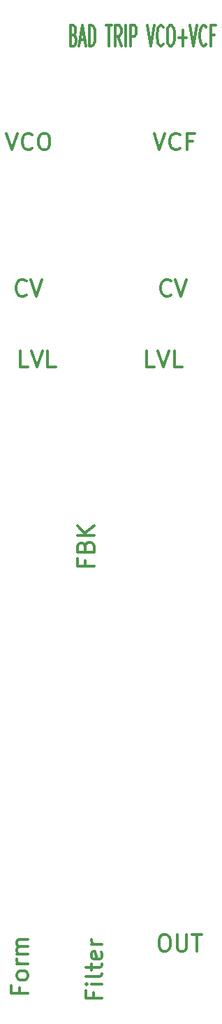
<source format=gtl>
G04 #@! TF.GenerationSoftware,KiCad,Pcbnew,5.1.7-a382d34a8~87~ubuntu18.04.1*
G04 #@! TF.CreationDate,2021-01-14T14:08:13+00:00*
G04 #@! TF.ProjectId,bad-trip-panel,6261642d-7472-4697-902d-70616e656c2e,rev?*
G04 #@! TF.SameCoordinates,Original*
G04 #@! TF.FileFunction,Copper,L1,Top*
G04 #@! TF.FilePolarity,Positive*
%FSLAX46Y46*%
G04 Gerber Fmt 4.6, Leading zero omitted, Abs format (unit mm)*
G04 Created by KiCad (PCBNEW 5.1.7-a382d34a8~87~ubuntu18.04.1) date 2021-01-14 14:08:13*
%MOMM*%
%LPD*%
G01*
G04 APERTURE LIST*
G04 #@! TA.AperFunction,NonConductor*
%ADD10C,0.312500*%
G04 #@! TD*
G04 #@! TA.AperFunction,NonConductor*
%ADD11C,0.300000*%
G04 #@! TD*
G04 APERTURE END LIST*
D10*
X127010566Y-27202628D02*
X127189138Y-27321676D01*
X127248661Y-27440723D01*
X127308185Y-27678819D01*
X127308185Y-28035961D01*
X127248661Y-28274057D01*
X127189138Y-28393104D01*
X127070090Y-28512152D01*
X126593900Y-28512152D01*
X126593900Y-26012152D01*
X127010566Y-26012152D01*
X127129614Y-26131200D01*
X127189138Y-26250247D01*
X127248661Y-26488342D01*
X127248661Y-26726438D01*
X127189138Y-26964533D01*
X127129614Y-27083580D01*
X127010566Y-27202628D01*
X126593900Y-27202628D01*
X127784376Y-27797866D02*
X128379614Y-27797866D01*
X127665328Y-28512152D02*
X128081995Y-26012152D01*
X128498661Y-28512152D01*
X128915328Y-28512152D02*
X128915328Y-26012152D01*
X129212947Y-26012152D01*
X129391519Y-26131200D01*
X129510566Y-26369295D01*
X129570090Y-26607390D01*
X129629614Y-27083580D01*
X129629614Y-27440723D01*
X129570090Y-27916914D01*
X129510566Y-28155009D01*
X129391519Y-28393104D01*
X129212947Y-28512152D01*
X128915328Y-28512152D01*
X130939138Y-26012152D02*
X131653423Y-26012152D01*
X131296280Y-28512152D02*
X131296280Y-26012152D01*
X132784376Y-28512152D02*
X132367709Y-27321676D01*
X132070090Y-28512152D02*
X132070090Y-26012152D01*
X132546280Y-26012152D01*
X132665328Y-26131200D01*
X132724852Y-26250247D01*
X132784376Y-26488342D01*
X132784376Y-26845485D01*
X132724852Y-27083580D01*
X132665328Y-27202628D01*
X132546280Y-27321676D01*
X132070090Y-27321676D01*
X133320090Y-28512152D02*
X133320090Y-26012152D01*
X133915328Y-28512152D02*
X133915328Y-26012152D01*
X134391519Y-26012152D01*
X134510566Y-26131200D01*
X134570090Y-26250247D01*
X134629614Y-26488342D01*
X134629614Y-26845485D01*
X134570090Y-27083580D01*
X134510566Y-27202628D01*
X134391519Y-27321676D01*
X133915328Y-27321676D01*
X135939138Y-26012152D02*
X136355804Y-28512152D01*
X136772471Y-26012152D01*
X137903423Y-28274057D02*
X137843900Y-28393104D01*
X137665328Y-28512152D01*
X137546280Y-28512152D01*
X137367709Y-28393104D01*
X137248661Y-28155009D01*
X137189138Y-27916914D01*
X137129614Y-27440723D01*
X137129614Y-27083580D01*
X137189138Y-26607390D01*
X137248661Y-26369295D01*
X137367709Y-26131200D01*
X137546280Y-26012152D01*
X137665328Y-26012152D01*
X137843900Y-26131200D01*
X137903423Y-26250247D01*
X138677233Y-26012152D02*
X138915328Y-26012152D01*
X139034376Y-26131200D01*
X139153423Y-26369295D01*
X139212947Y-26845485D01*
X139212947Y-27678819D01*
X139153423Y-28155009D01*
X139034376Y-28393104D01*
X138915328Y-28512152D01*
X138677233Y-28512152D01*
X138558185Y-28393104D01*
X138439138Y-28155009D01*
X138379614Y-27678819D01*
X138379614Y-26845485D01*
X138439138Y-26369295D01*
X138558185Y-26131200D01*
X138677233Y-26012152D01*
X139748661Y-27559771D02*
X140701042Y-27559771D01*
X140224852Y-28512152D02*
X140224852Y-26607390D01*
X141117709Y-26012152D02*
X141534376Y-28512152D01*
X141951042Y-26012152D01*
X143081995Y-28274057D02*
X143022471Y-28393104D01*
X142843900Y-28512152D01*
X142724852Y-28512152D01*
X142546280Y-28393104D01*
X142427233Y-28155009D01*
X142367709Y-27916914D01*
X142308185Y-27440723D01*
X142308185Y-27083580D01*
X142367709Y-26607390D01*
X142427233Y-26369295D01*
X142546280Y-26131200D01*
X142724852Y-26012152D01*
X142843900Y-26012152D01*
X143022471Y-26131200D01*
X143081995Y-26250247D01*
X144034376Y-27202628D02*
X143617709Y-27202628D01*
X143617709Y-28512152D02*
X143617709Y-26012152D01*
X144212947Y-26012152D01*
D11*
X137865100Y-136166361D02*
X138246052Y-136166361D01*
X138436528Y-136261600D01*
X138627004Y-136452076D01*
X138722242Y-136833028D01*
X138722242Y-137499695D01*
X138627004Y-137880647D01*
X138436528Y-138071123D01*
X138246052Y-138166361D01*
X137865100Y-138166361D01*
X137674623Y-138071123D01*
X137484147Y-137880647D01*
X137388909Y-137499695D01*
X137388909Y-136833028D01*
X137484147Y-136452076D01*
X137674623Y-136261600D01*
X137865100Y-136166361D01*
X139579385Y-136166361D02*
X139579385Y-137785409D01*
X139674623Y-137975885D01*
X139769861Y-138071123D01*
X139960338Y-138166361D01*
X140341290Y-138166361D01*
X140531766Y-138071123D01*
X140627004Y-137975885D01*
X140722242Y-137785409D01*
X140722242Y-136166361D01*
X141388909Y-136166361D02*
X142531766Y-136166361D01*
X141960338Y-138166361D02*
X141960338Y-136166361D01*
X129435242Y-143211204D02*
X129435242Y-143877871D01*
X130482861Y-143877871D02*
X128482861Y-143877871D01*
X128482861Y-142925490D01*
X130482861Y-142163585D02*
X129149528Y-142163585D01*
X128482861Y-142163585D02*
X128578100Y-142258823D01*
X128673338Y-142163585D01*
X128578100Y-142068347D01*
X128482861Y-142163585D01*
X128673338Y-142163585D01*
X130482861Y-140925490D02*
X130387623Y-141115966D01*
X130197147Y-141211204D01*
X128482861Y-141211204D01*
X129149528Y-140449300D02*
X129149528Y-139687395D01*
X128482861Y-140163585D02*
X130197147Y-140163585D01*
X130387623Y-140068347D01*
X130482861Y-139877871D01*
X130482861Y-139687395D01*
X130387623Y-138258823D02*
X130482861Y-138449300D01*
X130482861Y-138830252D01*
X130387623Y-139020728D01*
X130197147Y-139115966D01*
X129435242Y-139115966D01*
X129244766Y-139020728D01*
X129149528Y-138830252D01*
X129149528Y-138449300D01*
X129244766Y-138258823D01*
X129435242Y-138163585D01*
X129625719Y-138163585D01*
X129816195Y-139115966D01*
X130482861Y-137306442D02*
X129149528Y-137306442D01*
X129530480Y-137306442D02*
X129340004Y-137211204D01*
X129244766Y-137115966D01*
X129149528Y-136925490D01*
X129149528Y-136735014D01*
X120418242Y-142576228D02*
X120418242Y-143242895D01*
X121465861Y-143242895D02*
X119465861Y-143242895D01*
X119465861Y-142290514D01*
X121465861Y-141242895D02*
X121370623Y-141433371D01*
X121275385Y-141528609D01*
X121084909Y-141623847D01*
X120513480Y-141623847D01*
X120323004Y-141528609D01*
X120227766Y-141433371D01*
X120132528Y-141242895D01*
X120132528Y-140957180D01*
X120227766Y-140766704D01*
X120323004Y-140671466D01*
X120513480Y-140576228D01*
X121084909Y-140576228D01*
X121275385Y-140671466D01*
X121370623Y-140766704D01*
X121465861Y-140957180D01*
X121465861Y-141242895D01*
X121465861Y-139719085D02*
X120132528Y-139719085D01*
X120513480Y-139719085D02*
X120323004Y-139623847D01*
X120227766Y-139528609D01*
X120132528Y-139338133D01*
X120132528Y-139147657D01*
X121465861Y-138480990D02*
X120132528Y-138480990D01*
X120323004Y-138480990D02*
X120227766Y-138385752D01*
X120132528Y-138195276D01*
X120132528Y-137909561D01*
X120227766Y-137719085D01*
X120418242Y-137623847D01*
X121465861Y-137623847D01*
X120418242Y-137623847D02*
X120227766Y-137528609D01*
X120132528Y-137338133D01*
X120132528Y-137052419D01*
X120227766Y-136861942D01*
X120418242Y-136766704D01*
X121465861Y-136766704D01*
X128431942Y-90842885D02*
X128431942Y-91509552D01*
X129479561Y-91509552D02*
X127479561Y-91509552D01*
X127479561Y-90557171D01*
X128431942Y-89128600D02*
X128527180Y-88842885D01*
X128622419Y-88747647D01*
X128812895Y-88652409D01*
X129098609Y-88652409D01*
X129289085Y-88747647D01*
X129384323Y-88842885D01*
X129479561Y-89033361D01*
X129479561Y-89795266D01*
X127479561Y-89795266D01*
X127479561Y-89128600D01*
X127574800Y-88938123D01*
X127670038Y-88842885D01*
X127860514Y-88747647D01*
X128050990Y-88747647D01*
X128241466Y-88842885D01*
X128336704Y-88938123D01*
X128431942Y-89128600D01*
X128431942Y-89795266D01*
X129479561Y-87795266D02*
X127479561Y-87795266D01*
X129479561Y-86652409D02*
X128336704Y-87509552D01*
X127479561Y-86652409D02*
X128622419Y-87795266D01*
X136836280Y-67414661D02*
X135883900Y-67414661D01*
X135883900Y-65414661D01*
X137217233Y-65414661D02*
X137883900Y-67414661D01*
X138550566Y-65414661D01*
X140169614Y-67414661D02*
X139217233Y-67414661D01*
X139217233Y-65414661D01*
X121494680Y-67414661D02*
X120542300Y-67414661D01*
X120542300Y-65414661D01*
X121875633Y-65414661D02*
X122542300Y-67414661D01*
X123208966Y-65414661D01*
X124828014Y-67414661D02*
X123875633Y-67414661D01*
X123875633Y-65414661D01*
X138801504Y-58638985D02*
X138706266Y-58734223D01*
X138420552Y-58829461D01*
X138230076Y-58829461D01*
X137944361Y-58734223D01*
X137753885Y-58543747D01*
X137658647Y-58353271D01*
X137563409Y-57972319D01*
X137563409Y-57686604D01*
X137658647Y-57305652D01*
X137753885Y-57115176D01*
X137944361Y-56924700D01*
X138230076Y-56829461D01*
X138420552Y-56829461D01*
X138706266Y-56924700D01*
X138801504Y-57019938D01*
X139372933Y-56829461D02*
X140039600Y-58829461D01*
X140706266Y-56829461D01*
X121262804Y-58638985D02*
X121167566Y-58734223D01*
X120881852Y-58829461D01*
X120691376Y-58829461D01*
X120405661Y-58734223D01*
X120215185Y-58543747D01*
X120119947Y-58353271D01*
X120024709Y-57972319D01*
X120024709Y-57686604D01*
X120119947Y-57305652D01*
X120215185Y-57115176D01*
X120405661Y-56924700D01*
X120691376Y-56829461D01*
X120881852Y-56829461D01*
X121167566Y-56924700D01*
X121262804Y-57019938D01*
X121834233Y-56829461D02*
X122500900Y-58829461D01*
X123167566Y-56829461D01*
X136757090Y-39087561D02*
X137423757Y-41087561D01*
X138090423Y-39087561D01*
X139899947Y-40897085D02*
X139804709Y-40992323D01*
X139518995Y-41087561D01*
X139328519Y-41087561D01*
X139042804Y-40992323D01*
X138852328Y-40801847D01*
X138757090Y-40611371D01*
X138661852Y-40230419D01*
X138661852Y-39944704D01*
X138757090Y-39563752D01*
X138852328Y-39373276D01*
X139042804Y-39182800D01*
X139328519Y-39087561D01*
X139518995Y-39087561D01*
X139804709Y-39182800D01*
X139899947Y-39278038D01*
X141423757Y-40039942D02*
X140757090Y-40039942D01*
X140757090Y-41087561D02*
X140757090Y-39087561D01*
X141709471Y-39087561D01*
X118875514Y-39087561D02*
X119542180Y-41087561D01*
X120208847Y-39087561D01*
X122018371Y-40897085D02*
X121923133Y-40992323D01*
X121637419Y-41087561D01*
X121446942Y-41087561D01*
X121161228Y-40992323D01*
X120970752Y-40801847D01*
X120875514Y-40611371D01*
X120780276Y-40230419D01*
X120780276Y-39944704D01*
X120875514Y-39563752D01*
X120970752Y-39373276D01*
X121161228Y-39182800D01*
X121446942Y-39087561D01*
X121637419Y-39087561D01*
X121923133Y-39182800D01*
X122018371Y-39278038D01*
X123256466Y-39087561D02*
X123637419Y-39087561D01*
X123827895Y-39182800D01*
X124018371Y-39373276D01*
X124113609Y-39754228D01*
X124113609Y-40420895D01*
X124018371Y-40801847D01*
X123827895Y-40992323D01*
X123637419Y-41087561D01*
X123256466Y-41087561D01*
X123065990Y-40992323D01*
X122875514Y-40801847D01*
X122780276Y-40420895D01*
X122780276Y-39754228D01*
X122875514Y-39373276D01*
X123065990Y-39182800D01*
X123256466Y-39087561D01*
M02*

</source>
